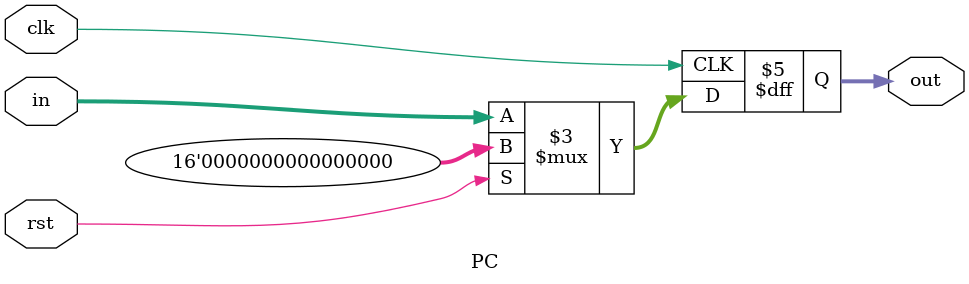
<source format=v>

module PC(in, out, clk, rst);

input clk, rst;
input [15:0] in;
output [15:0] out;
reg [15:0] out;

always @ (posedge clk)
  begin
        if (rst)
          out = 0;
        else
       	  out =	in;
  end
endmodule
</source>
